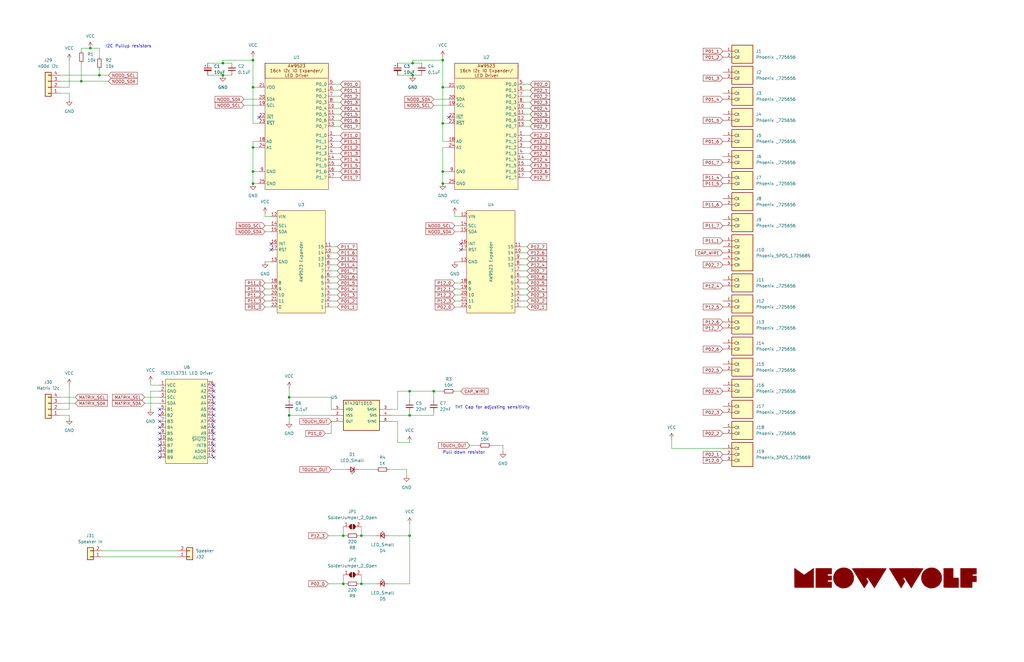
<source format=kicad_sch>
(kicad_sch (version 20230121) (generator eeschema)
  (paper "USLedger")
  (title_block (title "Darlu's Spacesuit Activator") (date "2024-07-23") (rev "v0.1") (company "Meow Wolf") (comment 1 "Daniel Bornhorst"))
  (junction (at 172.72 165.1))
  (junction (at 121.92 175.26))
  (junction (at 152.4 246.38))
  (junction (at 186.69 77.47))
  (junction (at 144.78 226.06))
  (junction (at 152.4 226.06))
  (junction (at 186.69 25.4))
  (junction (at 93.98 31.75))
  (junction (at 38.1 20.32))
  (junction (at 182.88 165.1))
  (junction (at 34.29 34.29))
  (junction (at 121.92 167.64))
  (junction (at 144.78 246.38))
  (junction (at 186.69 52.07))
  (junction (at 172.72 175.26))
  (junction (at 186.69 36.83))
  (junction (at 173.99 26.67))
  (junction (at 172.72 226.06))
  (junction (at 106.68 36.83))
  (junction (at 93.98 26.67))
  (junction (at 106.68 25.4))
  (junction (at 106.68 77.47))
  (junction (at 106.68 72.39))
  (junction (at 106.68 62.23))
  (junction (at 186.69 72.39))
  (junction (at 41.91 31.75))
  (junction (at 173.99 31.75))
  (no_connect (at 90.17 170.18))
  (no_connect (at 67.31 175.26))
  (no_connect (at 67.31 177.8))
  (no_connect (at 67.31 187.96))
  (no_connect (at 90.17 167.64))
  (no_connect (at 114.3 105.41))
  (no_connect (at 189.23 49.53))
  (no_connect (at 90.17 182.88))
  (no_connect (at 67.31 193.04))
  (no_connect (at 90.17 175.26))
  (no_connect (at 67.31 182.88))
  (no_connect (at 114.3 102.87))
  (no_connect (at 67.31 185.42))
  (no_connect (at 90.17 190.5))
  (no_connect (at 90.17 165.1))
  (no_connect (at 90.17 180.34))
  (no_connect (at 90.17 172.72))
  (no_connect (at 194.31 102.87))
  (no_connect (at 90.17 187.96))
  (no_connect (at 67.31 190.5))
  (no_connect (at 90.17 185.42))
  (no_connect (at 90.17 193.04))
  (no_connect (at 90.17 162.56))
  (no_connect (at 109.22 49.53))
  (no_connect (at 67.31 172.72))
  (no_connect (at 194.31 105.41))
  (no_connect (at 90.17 177.8))
  (no_connect (at 67.31 180.34))
  (wire (pts (xy 111.76 91.44) (xy 114.3 91.44)))
  (wire (pts (xy 222.25 119.38) (xy 219.71 119.38)))
  (wire (pts (xy 222.25 129.54) (xy 219.71 129.54)))
  (wire (pts (xy 165.1 177.8) (xy 167.64 177.8)))
  (wire (pts (xy 186.69 24.13) (xy 186.69 25.4)))
  (wire (pts (xy 43.18 232.41) (xy 74.93 232.41)))
  (wire (pts (xy 189.23 72.39) (xy 186.69 72.39)))
  (wire (pts (xy 93.98 25.4) (xy 93.98 26.67)))
  (wire (pts (xy 38.1 20.32) (xy 41.91 20.32)))
  (wire (pts (xy 25.4 31.75) (xy 41.91 31.75)))
  (wire (pts (xy 106.68 72.39) (xy 106.68 77.47)))
  (wire (pts (xy 25.4 167.64) (xy 31.75 167.64)))
  (wire (pts (xy 167.64 186.69) (xy 167.64 177.8)))
  (wire (pts (xy 121.92 175.26) (xy 121.92 177.8)))
  (wire (pts (xy 223.52 38.1) (xy 220.98 38.1)))
  (wire (pts (xy 25.4 39.37) (xy 29.21 39.37)))
  (wire (pts (xy 186.69 72.39) (xy 186.69 77.47)))
  (wire (pts (xy 222.25 116.84) (xy 219.71 116.84)))
  (wire (pts (xy 167.64 165.1) (xy 172.72 165.1)))
  (wire (pts (xy 152.4 226.06) (xy 151.13 226.06)))
  (wire (pts (xy 172.72 220.98) (xy 172.72 226.06)))
  (wire (pts (xy 167.64 26.67) (xy 173.99 26.67)))
  (wire (pts (xy 121.92 175.26) (xy 139.7 175.26)))
  (wire (pts (xy 163.83 246.38) (xy 172.72 246.38)))
  (wire (pts (xy 29.21 172.72) (xy 29.21 162.56)))
  (wire (pts (xy 198.12 187.96) (xy 201.93 187.96)))
  (wire (pts (xy 191.77 95.25) (xy 194.31 95.25)))
  (wire (pts (xy 143.51 62.23) (xy 140.97 62.23)))
  (wire (pts (xy 144.78 242.57) (xy 144.78 246.38)))
  (wire (pts (xy 63.5 162.56) (xy 67.31 162.56)))
  (wire (pts (xy 222.25 109.22) (xy 219.71 109.22)))
  (wire (pts (xy 63.5 172.72) (xy 63.5 165.1)))
  (wire (pts (xy 93.98 26.67) (xy 97.79 26.67)))
  (wire (pts (xy 173.99 25.4) (xy 186.69 25.4)))
  (wire (pts (xy 142.24 124.46) (xy 139.7 124.46)))
  (wire (pts (xy 158.75 246.38) (xy 152.4 246.38)))
  (wire (pts (xy 186.69 25.4) (xy 186.69 36.83)))
  (wire (pts (xy 172.72 165.1) (xy 182.88 165.1)))
  (wire (pts (xy 109.22 52.07) (xy 106.68 52.07)))
  (wire (pts (xy 143.51 48.26) (xy 140.97 48.26)))
  (wire (pts (xy 111.76 127) (xy 114.3 127)))
  (wire (pts (xy 143.51 53.34) (xy 140.97 53.34)))
  (wire (pts (xy 111.76 90.17) (xy 111.76 91.44)))
  (wire (pts (xy 138.43 246.38) (xy 144.78 246.38)))
  (wire (pts (xy 87.63 26.67) (xy 93.98 26.67)))
  (wire (pts (xy 143.51 35.56) (xy 140.97 35.56)))
  (wire (pts (xy 144.78 226.06) (xy 146.05 226.06)))
  (wire (pts (xy 165.1 175.26) (xy 172.72 175.26)))
  (wire (pts (xy 121.92 173.99) (xy 121.92 175.26)))
  (wire (pts (xy 25.4 172.72) (xy 29.21 172.72)))
  (wire (pts (xy 43.18 234.95) (xy 74.93 234.95)))
  (wire (pts (xy 34.29 34.29) (xy 45.72 34.29)))
  (wire (pts (xy 41.91 29.21) (xy 41.91 31.75)))
  (wire (pts (xy 142.24 119.38) (xy 139.7 119.38)))
  (wire (pts (xy 186.69 62.23) (xy 186.69 72.39)))
  (wire (pts (xy 143.51 50.8) (xy 140.97 50.8)))
  (wire (pts (xy 223.52 62.23) (xy 220.98 62.23)))
  (wire (pts (xy 165.1 172.72) (xy 167.64 172.72)))
  (wire (pts (xy 139.7 167.64) (xy 139.7 172.72)))
  (wire (pts (xy 182.88 165.1) (xy 186.69 165.1)))
  (wire (pts (xy 186.69 77.47) (xy 189.23 77.47)))
  (wire (pts (xy 139.7 198.12) (xy 146.05 198.12)))
  (wire (pts (xy 139.7 167.64) (xy 121.92 167.64)))
  (wire (pts (xy 143.51 45.72) (xy 140.97 45.72)))
  (wire (pts (xy 223.52 53.34) (xy 220.98 53.34)))
  (wire (pts (xy 138.43 226.06) (xy 144.78 226.06)))
  (wire (pts (xy 143.51 67.31) (xy 140.97 67.31)))
  (wire (pts (xy 25.4 34.29) (xy 34.29 34.29)))
  (wire (pts (xy 191.77 121.92) (xy 194.31 121.92)))
  (wire (pts (xy 186.69 52.07) (xy 186.69 59.69)))
  (wire (pts (xy 182.88 165.1) (xy 182.88 168.91)))
  (wire (pts (xy 143.51 64.77) (xy 140.97 64.77)))
  (wire (pts (xy 93.98 25.4) (xy 106.68 25.4)))
  (wire (pts (xy 171.45 200.66) (xy 171.45 198.12)))
  (wire (pts (xy 186.69 36.83) (xy 189.23 36.83)))
  (wire (pts (xy 167.64 31.75) (xy 173.99 31.75)))
  (wire (pts (xy 223.52 72.39) (xy 220.98 72.39)))
  (wire (pts (xy 191.77 129.54) (xy 194.31 129.54)))
  (wire (pts (xy 223.52 35.56) (xy 220.98 35.56)))
  (wire (pts (xy 171.45 198.12) (xy 163.83 198.12)))
  (wire (pts (xy 142.24 109.22) (xy 139.7 109.22)))
  (wire (pts (xy 223.52 45.72) (xy 220.98 45.72)))
  (wire (pts (xy 223.52 69.85) (xy 220.98 69.85)))
  (wire (pts (xy 106.68 62.23) (xy 106.68 72.39)))
  (wire (pts (xy 143.51 59.69) (xy 140.97 59.69)))
  (wire (pts (xy 144.78 222.25) (xy 144.78 226.06)))
  (wire (pts (xy 223.52 74.93) (xy 220.98 74.93)))
  (wire (pts (xy 304.8 189.23) (xy 283.21 189.23)))
  (wire (pts (xy 191.77 97.79) (xy 194.31 97.79)))
  (wire (pts (xy 167.64 186.69) (xy 172.72 186.69)))
  (wire (pts (xy 143.51 43.18) (xy 140.97 43.18)))
  (wire (pts (xy 106.68 59.69) (xy 106.68 62.23)))
  (wire (pts (xy 93.98 31.75) (xy 97.79 31.75)))
  (wire (pts (xy 142.24 129.54) (xy 139.7 129.54)))
  (wire (pts (xy 106.68 77.47) (xy 109.22 77.47)))
  (wire (pts (xy 223.52 50.8) (xy 220.98 50.8)))
  (wire (pts (xy 87.63 31.75) (xy 93.98 31.75)))
  (wire (pts (xy 34.29 26.67) (xy 34.29 34.29)))
  (wire (pts (xy 143.51 69.85) (xy 140.97 69.85)))
  (wire (pts (xy 191.77 127) (xy 194.31 127)))
  (wire (pts (xy 111.76 129.54) (xy 114.3 129.54)))
  (wire (pts (xy 152.4 246.38) (xy 151.13 246.38)))
  (wire (pts (xy 223.52 48.26) (xy 220.98 48.26)))
  (wire (pts (xy 182.88 41.91) (xy 189.23 41.91)))
  (wire (pts (xy 223.52 67.31) (xy 220.98 67.31)))
  (wire (pts (xy 29.21 25.4) (xy 29.21 36.83)))
  (wire (pts (xy 222.25 124.46) (xy 219.71 124.46)))
  (wire (pts (xy 34.29 20.32) (xy 34.29 21.59)))
  (wire (pts (xy 142.24 127) (xy 139.7 127)))
  (wire (pts (xy 63.5 161.29) (xy 63.5 162.56)))
  (wire (pts (xy 109.22 59.69) (xy 106.68 59.69)))
  (wire (pts (xy 29.21 175.26) (xy 29.21 176.53)))
  (wire (pts (xy 172.72 168.91) (xy 172.72 165.1)))
  (wire (pts (xy 25.4 175.26) (xy 29.21 175.26)))
  (wire (pts (xy 109.22 62.23) (xy 106.68 62.23)))
  (wire (pts (xy 111.76 97.79) (xy 114.3 97.79)))
  (wire (pts (xy 143.51 57.15) (xy 140.97 57.15)))
  (wire (pts (xy 223.52 43.18) (xy 220.98 43.18)))
  (wire (pts (xy 222.25 121.92) (xy 219.71 121.92)))
  (wire (pts (xy 191.77 124.46) (xy 194.31 124.46)))
  (wire (pts (xy 191.77 90.17) (xy 191.77 91.44)))
  (wire (pts (xy 106.68 25.4) (xy 106.68 36.83)))
  (wire (pts (xy 143.51 38.1) (xy 140.97 38.1)))
  (wire (pts (xy 189.23 62.23) (xy 186.69 62.23)))
  (wire (pts (xy 222.25 111.76) (xy 219.71 111.76)))
  (wire (pts (xy 142.24 106.68) (xy 139.7 106.68)))
  (wire (pts (xy 41.91 31.75) (xy 45.72 31.75)))
  (wire (pts (xy 106.68 36.83) (xy 106.68 52.07)))
  (wire (pts (xy 142.24 111.76) (xy 139.7 111.76)))
  (wire (pts (xy 167.64 172.72) (xy 167.64 165.1)))
  (wire (pts (xy 222.25 114.3) (xy 219.71 114.3)))
  (wire (pts (xy 186.69 36.83) (xy 186.69 52.07)))
  (wire (pts (xy 143.51 74.93) (xy 140.97 74.93)))
  (wire (pts (xy 172.72 175.26) (xy 172.72 173.99)))
  (wire (pts (xy 143.51 40.64) (xy 140.97 40.64)))
  (wire (pts (xy 222.25 127) (xy 219.71 127)))
  (wire (pts (xy 102.87 44.45) (xy 109.22 44.45)))
  (wire (pts (xy 172.72 226.06) (xy 172.72 246.38)))
  (wire (pts (xy 29.21 39.37) (xy 29.21 41.91)))
  (wire (pts (xy 111.76 124.46) (xy 114.3 124.46)))
  (wire (pts (xy 142.24 114.3) (xy 139.7 114.3)))
  (wire (pts (xy 142.24 116.84) (xy 139.7 116.84)))
  (wire (pts (xy 143.51 72.39) (xy 140.97 72.39)))
  (wire (pts (xy 223.52 64.77) (xy 220.98 64.77)))
  (wire (pts (xy 173.99 31.75) (xy 177.8 31.75)))
  (wire (pts (xy 34.29 20.32) (xy 38.1 20.32)))
  (wire (pts (xy 182.88 175.26) (xy 172.72 175.26)))
  (wire (pts (xy 60.96 167.64) (xy 67.31 167.64)))
  (wire (pts (xy 182.88 44.45) (xy 189.23 44.45)))
  (wire (pts (xy 137.16 182.88) (xy 139.7 182.88)))
  (wire (pts (xy 63.5 165.1) (xy 67.31 165.1)))
  (wire (pts (xy 173.99 26.67) (xy 177.8 26.67)))
  (wire (pts (xy 111.76 121.92) (xy 114.3 121.92)))
  (wire (pts (xy 139.7 182.88) (xy 139.7 177.8)))
  (wire (pts (xy 151.13 198.12) (xy 158.75 198.12)))
  (wire (pts (xy 191.77 165.1) (xy 194.31 165.1)))
  (wire (pts (xy 41.91 24.13) (xy 41.91 20.32)))
  (wire (pts (xy 189.23 52.07) (xy 186.69 52.07)))
  (wire (pts (xy 60.96 170.18) (xy 67.31 170.18)))
  (wire (pts (xy 207.01 187.96) (xy 212.09 187.96)))
  (wire (pts (xy 106.68 36.83) (xy 109.22 36.83)))
  (wire (pts (xy 152.4 222.25) (xy 152.4 226.06)))
  (wire (pts (xy 222.25 106.68) (xy 219.71 106.68)))
  (wire (pts (xy 191.77 110.49) (xy 194.31 110.49)))
  (wire (pts (xy 111.76 95.25) (xy 114.3 95.25)))
  (wire (pts (xy 142.24 104.14) (xy 139.7 104.14)))
  (wire (pts (xy 191.77 119.38) (xy 194.31 119.38)))
  (wire (pts (xy 109.22 72.39) (xy 106.68 72.39)))
  (wire (pts (xy 191.77 91.44) (xy 194.31 91.44)))
  (wire (pts (xy 25.4 170.18) (xy 31.75 170.18)))
  (wire (pts (xy 121.92 167.64) (xy 121.92 168.91)))
  (wire (pts (xy 102.87 41.91) (xy 109.22 41.91)))
  (wire (pts (xy 152.4 242.57) (xy 152.4 246.38)))
  (wire (pts (xy 283.21 185.42) (xy 283.21 189.23)))
  (wire (pts (xy 111.76 119.38) (xy 114.3 119.38)))
  (wire (pts (xy 121.92 163.83) (xy 121.92 167.64)))
  (wire (pts (xy 189.23 59.69) (xy 186.69 59.69)))
  (wire (pts (xy 212.09 187.96) (xy 212.09 190.5)))
  (wire (pts (xy 106.68 24.13) (xy 106.68 25.4)))
  (wire (pts (xy 223.52 57.15) (xy 220.98 57.15)))
  (wire (pts (xy 223.52 59.69) (xy 220.98 59.69)))
  (wire (pts (xy 223.52 40.64) (xy 220.98 40.64)))
  (wire (pts (xy 142.24 121.92) (xy 139.7 121.92)))
  (wire (pts (xy 173.99 25.4) (xy 173.99 26.67)))
  (wire (pts (xy 25.4 36.83) (xy 29.21 36.83)))
  (wire (pts (xy 163.83 226.06) (xy 172.72 226.06)))
  (wire (pts (xy 182.88 173.99) (xy 182.88 175.26)))
  (wire (pts (xy 111.76 110.49) (xy 114.3 110.49)))
  (wire (pts (xy 144.78 246.38) (xy 146.05 246.38)))
  (wire (pts (xy 158.75 226.06) (xy 152.4 226.06)))
  (wire (pts (xy 222.25 104.14) (xy 219.71 104.14)))
  (text "THT Cap for adjusting sensitivity" (at 191.77 172.72 0) (effects (font (size 1.27 1.27)) (justify left bottom)))
  (text "Pull down resistor" (at 186.69 191.77 0) (effects (font (size 1.27 1.27)) (justify left bottom)))
  (text "I2C Pullup resistors\n" (at 44.45 20.32 0) (effects (font (size 1.27 1.27)) (justify left bottom)))
  (global_label "P01_0" (shape input) (at 143.51 35.56 0) (property "Intersheetrefs" "${INTERSHEET_REFS}" (effects hide)))
  (global_label "P02_1" (shape input) (at 222.25 129.54 0) (property "Intersheetrefs" "${INTERSHEET_REFS}" (effects hide)))
  (global_label "P01_4" (shape input) (at 143.51 45.72 0) (property "Intersheetrefs" "${INTERSHEET_REFS}" (effects hide)))
  (global_label "TOUCH_OUT" (shape input) (at 198.12 187.96 180) (property "Intersheetrefs" "${INTERSHEET_REFS}" (effects hide)))
  (global_label "P01_6" (shape input) (at 142.24 116.84 0) (property "Intersheetrefs" "${INTERSHEET_REFS}" (effects hide)))
  (global_label "P11_0" (shape input) (at 143.51 57.15 0) (property "Intersheetrefs" "${INTERSHEET_REFS}" (effects hide)))
  (global_label "P12_2" (shape input) (at 191.77 124.46 180) (property "Intersheetrefs" "${INTERSHEET_REFS}" (effects hide)))
  (global_label "NOOD_SDA" (shape input) (at 111.76 97.79 180) (property "Intersheetrefs" "${INTERSHEET_REFS}" (effects hide)))
  (global_label "P12_2" (shape input) (at 223.52 62.23 0) (property "Intersheetrefs" "${INTERSHEET_REFS}" (effects hide)))
  (global_label "P01_4" (shape input) (at 304.8 41.91 180) (property "Intersheetrefs" "${INTERSHEET_REFS}" (effects hide)))
  (global_label "NOOD_SDA" (shape input) (at 191.77 97.79 180) (property "Intersheetrefs" "${INTERSHEET_REFS}" (effects hide)))
  (global_label "P11_3" (shape input) (at 143.51 64.77 0) (property "Intersheetrefs" "${INTERSHEET_REFS}" (effects hide)))
  (global_label "P02_5" (shape input) (at 223.52 48.26 0) (property "Intersheetrefs" "${INTERSHEET_REFS}" (effects hide)))
  (global_label "P02_4" (shape input) (at 222.25 121.92 0) (property "Intersheetrefs" "${INTERSHEET_REFS}" (effects hide)))
  (global_label "P02_3" (shape input) (at 223.52 43.18 0) (property "Intersheetrefs" "${INTERSHEET_REFS}" (effects hide)))
  (global_label "CAP_WIRE" (shape input) (at 194.31 165.1 0) (property "Intersheetrefs" "${INTERSHEET_REFS}" (effects hide)))
  (global_label "P01_2" (shape input) (at 142.24 127 0) (property "Intersheetrefs" "${INTERSHEET_REFS}" (effects hide)))
  (global_label "P01_3" (shape input) (at 142.24 124.46 0) (property "Intersheetrefs" "${INTERSHEET_REFS}" (effects hide)))
  (global_label "P11_3" (shape input) (at 111.76 127 180) (property "Intersheetrefs" "${INTERSHEET_REFS}" (effects hide)))
  (global_label "P01_0" (shape input) (at 111.76 129.54 180) (property "Intersheetrefs" "${INTERSHEET_REFS}" (effects hide)))
  (global_label "P02_6" (shape input) (at 304.8 147.32 180) (property "Intersheetrefs" "${INTERSHEET_REFS}" (effects hide)))
  (global_label "MATRIX_SDA" (shape input) (at 31.75 170.18 0) (property "Intersheetrefs" "${INTERSHEET_REFS}" (effects hide)))
  (global_label "P02_0" (shape input) (at 223.52 35.56 0) (property "Intersheetrefs" "${INTERSHEET_REFS}" (effects hide)))
  (global_label "P11_1" (shape input) (at 304.8 101.6 180) (property "Intersheetrefs" "${INTERSHEET_REFS}" (effects hide)))
  (global_label "P01_3" (shape input) (at 143.51 43.18 0) (property "Intersheetrefs" "${INTERSHEET_REFS}" (effects hide)))
  (global_label "P11_7" (shape input) (at 142.24 104.14 0) (property "Intersheetrefs" "${INTERSHEET_REFS}" (effects hide)))
  (global_label "P02_7" (shape input) (at 223.52 53.34 0) (property "Intersheetrefs" "${INTERSHEET_REFS}" (effects hide)))
  (global_label "P02_1" (shape input) (at 304.8 191.77 180) (property "Intersheetrefs" "${INTERSHEET_REFS}" (effects hide)))
  (global_label "P01_4" (shape input) (at 142.24 121.92 0) (property "Intersheetrefs" "${INTERSHEET_REFS}" (effects hide)))
  (global_label "MATRIX_SCL" (shape input) (at 31.75 167.64 0) (property "Intersheetrefs" "${INTERSHEET_REFS}" (effects hide)))
  (global_label "P02_1" (shape input) (at 223.52 38.1 0) (property "Intersheetrefs" "${INTERSHEET_REFS}" (effects hide)))
  (global_label "P12_6" (shape input) (at 222.25 106.68 0) (property "Intersheetrefs" "${INTERSHEET_REFS}" (effects hide)))
  (global_label "P11_6" (shape input) (at 304.8 86.36 180) (property "Intersheetrefs" "${INTERSHEET_REFS}" (effects hide)))
  (global_label "P12_4" (shape input) (at 304.8 120.65 180) (property "Intersheetrefs" "${INTERSHEET_REFS}" (effects hide)))
  (global_label "NOOD_SCL" (shape input) (at 111.76 95.25 180) (property "Intersheetrefs" "${INTERSHEET_REFS}" (effects hide)))
  (global_label "P11_6" (shape input) (at 143.51 72.39 0) (property "Intersheetrefs" "${INTERSHEET_REFS}" (effects hide)))
  (global_label "P12_5" (shape input) (at 304.8 129.54 180) (property "Intersheetrefs" "${INTERSHEET_REFS}" (effects hide)))
  (global_label "P12_5" (shape input) (at 222.25 109.22 0) (property "Intersheetrefs" "${INTERSHEET_REFS}" (effects hide)))
  (global_label "P11_5" (shape input) (at 142.24 109.22 0) (property "Intersheetrefs" "${INTERSHEET_REFS}" (effects hide)))
  (global_label "P01_6" (shape input) (at 304.8 59.69 180) (property "Intersheetrefs" "${INTERSHEET_REFS}" (effects hide)))
  (global_label "P02_4" (shape input) (at 304.8 165.1 180) (property "Intersheetrefs" "${INTERSHEET_REFS}" (effects hide)))
  (global_label "P01_2" (shape input) (at 304.8 24.13 180) (property "Intersheetrefs" "${INTERSHEET_REFS}" (effects hide)))
  (global_label "P11_1" (shape input) (at 111.76 121.92 180) (property "Intersheetrefs" "${INTERSHEET_REFS}" (effects hide)))
  (global_label "NOOD_SCL" (shape input) (at 102.87 44.45 180) (property "Intersheetrefs" "${INTERSHEET_REFS}" (effects hide)))
  (global_label "P11_0" (shape input) (at 137.16 182.88 180) (property "Intersheetrefs" "${INTERSHEET_REFS}" (effects hide)))
  (global_label "P11_4" (shape input) (at 143.51 67.31 0) (property "Intersheetrefs" "${INTERSHEET_REFS}" (effects hide)))
  (global_label "NOOD_SDA" (shape input) (at 182.88 41.91 180) (property "Intersheetrefs" "${INTERSHEET_REFS}" (effects hide)))
  (global_label "P11_4" (shape input) (at 304.8 74.93 180) (property "Intersheetrefs" "${INTERSHEET_REFS}" (effects hide)))
  (global_label "P02_0" (shape input) (at 191.77 129.54 180) (property "Intersheetrefs" "${INTERSHEET_REFS}" (effects hide)))
  (global_label "P01_7" (shape input) (at 142.24 114.3 0) (property "Intersheetrefs" "${INTERSHEET_REFS}" (effects hide)))
  (global_label "P11_2" (shape input) (at 111.76 124.46 180) (property "Intersheetrefs" "${INTERSHEET_REFS}" (effects hide)))
  (global_label "P12_3" (shape input) (at 138.43 226.06 180) (property "Intersheetrefs" "${INTERSHEET_REFS}" (effects hide)))
  (global_label "P12_4" (shape input) (at 222.25 111.76 0) (property "Intersheetrefs" "${INTERSHEET_REFS}" (effects hide)))
  (global_label "P12_0" (shape input) (at 223.52 57.15 0) (property "Intersheetrefs" "${INTERSHEET_REFS}" (effects hide)))
  (global_label "P02_6" (shape input) (at 223.52 50.8 0) (property "Intersheetrefs" "${INTERSHEET_REFS}" (effects hide)))
  (global_label "P01_7" (shape input) (at 143.51 53.34 0) (property "Intersheetrefs" "${INTERSHEET_REFS}" (effects hide)))
  (global_label "P01_5" (shape input) (at 143.51 48.26 0) (property "Intersheetrefs" "${INTERSHEET_REFS}" (effects hide)))
  (global_label "P01_7" (shape input) (at 304.8 68.58 180) (property "Intersheetrefs" "${INTERSHEET_REFS}" (effects hide)))
  (global_label "P02_2" (shape input) (at 304.8 182.88 180) (property "Intersheetrefs" "${INTERSHEET_REFS}" (effects hide)))
  (global_label "P11_6" (shape input) (at 142.24 106.68 0) (property "Intersheetrefs" "${INTERSHEET_REFS}" (effects hide)))
  (global_label "P02_6" (shape input) (at 222.25 116.84 0) (property "Intersheetrefs" "${INTERSHEET_REFS}" (effects hide)))
  (global_label "P01_5" (shape input) (at 142.24 119.38 0) (property "Intersheetrefs" "${INTERSHEET_REFS}" (effects hide)))
  (global_label "P02_5" (shape input) (at 304.8 156.21 180) (property "Intersheetrefs" "${INTERSHEET_REFS}" (effects hide)))
  (global_label "P12_7" (shape input) (at 222.25 104.14 0) (property "Intersheetrefs" "${INTERSHEET_REFS}" (effects hide)))
  (global_label "P01_1" (shape input) (at 304.8 21.59 180) (property "Intersheetrefs" "${INTERSHEET_REFS}" (effects hide)))
  (global_label "NOOD_SDA" (shape input) (at 45.72 34.29 0) (property "Intersheetrefs" "${INTERSHEET_REFS}" (effects hide)))
  (global_label "P12_1" (shape input) (at 223.52 59.69 0) (property "Intersheetrefs" "${INTERSHEET_REFS}" (effects hide)))
  (global_label "NOOD_SCL" (shape input) (at 182.88 44.45 180) (property "Intersheetrefs" "${INTERSHEET_REFS}" (effects hide)))
  (global_label "P12_5" (shape input) (at 223.52 69.85 0) (property "Intersheetrefs" "${INTERSHEET_REFS}" (effects hide)))
  (global_label "P11_5" (shape input) (at 304.8 77.47 180) (property "Intersheetrefs" "${INTERSHEET_REFS}" (effects hide)))
  (global_label "P01_2" (shape input) (at 143.51 40.64 0) (property "Intersheetrefs" "${INTERSHEET_REFS}" (effects hide)))
  (global_label "P01_6" (shape input) (at 143.51 50.8 0) (property "Intersheetrefs" "${INTERSHEET_REFS}" (effects hide)))
  (global_label "P11_7" (shape input) (at 304.8 95.25 180) (property "Intersheetrefs" "${INTERSHEET_REFS}" (effects hide)))
  (global_label "P12_0" (shape input) (at 191.77 119.38 180) (property "Intersheetrefs" "${INTERSHEET_REFS}" (effects hide)))
  (global_label "P11_4" (shape input) (at 142.24 111.76 0) (property "Intersheetrefs" "${INTERSHEET_REFS}" (effects hide)))
  (global_label "P12_3" (shape input) (at 191.77 127 180) (property "Intersheetrefs" "${INTERSHEET_REFS}" (effects hide)))
  (global_label "P12_6" (shape input) (at 223.52 72.39 0) (property "Intersheetrefs" "${INTERSHEET_REFS}" (effects hide)))
  (global_label "P12_4" (shape input) (at 223.52 67.31 0) (property "Intersheetrefs" "${INTERSHEET_REFS}" (effects hide)))
  (global_label "MATRIX_SDA" (shape input) (at 60.96 170.18 180) (property "Intersheetrefs" "${INTERSHEET_REFS}" (effects hide)))
  (global_label "P01_1" (shape input) (at 143.51 38.1 0) (property "Intersheetrefs" "${INTERSHEET_REFS}" (effects hide)))
  (global_label "P02_2" (shape input) (at 223.52 40.64 0) (property "Intersheetrefs" "${INTERSHEET_REFS}" (effects hide)))
  (global_label "P01_3" (shape input) (at 304.8 33.02 180) (property "Intersheetrefs" "${INTERSHEET_REFS}" (effects hide)))
  (global_label "CAP_WIRE" (shape input) (at 304.8 106.68 180) (property "Intersheetrefs" "${INTERSHEET_REFS}" (effects hide)))
  (global_label "P11_7" (shape input) (at 143.51 74.93 0) (property "Intersheetrefs" "${INTERSHEET_REFS}" (effects hide)))
  (global_label "P02_7" (shape input) (at 304.8 111.76 180) (property "Intersheetrefs" "${INTERSHEET_REFS}" (effects hide)))
  (global_label "MATRIX_SCL" (shape input) (at 60.96 167.64 180) (property "Intersheetrefs" "${INTERSHEET_REFS}" (effects hide)))
  (global_label "P12_7" (shape input) (at 223.52 74.93 0) (property "Intersheetrefs" "${INTERSHEET_REFS}" (effects hide)))
  (global_label "P12_0" (shape input) (at 304.8 194.31 180) (property "Intersheetrefs" "${INTERSHEET_REFS}" (effects hide)))
  (global_label "P11_2" (shape input) (at 143.51 62.23 0) (property "Intersheetrefs" "${INTERSHEET_REFS}" (effects hide)))
  (global_label "P12_7" (shape input) (at 304.8 138.43 180) (property "Intersheetrefs" "${INTERSHEET_REFS}" (effects hide)))
  (global_label "P02_2" (shape input) (at 222.25 127 0) (property "Intersheetrefs" "${INTERSHEET_REFS}" (effects hide)))
  (global_label "P11_1" (shape input) (at 143.51 59.69 0) (property "Intersheetrefs" "${INTERSHEET_REFS}" (effects hide)))
  (global_label "P12_1" (shape input) (at 191.77 121.92 180) (property "Intersheetrefs" "${INTERSHEET_REFS}" (effects hide)))
  (global_label "P02_0" (shape input) (at 138.43 246.38 180) (property "Intersheetrefs" "${INTERSHEET_REFS}" (effects hide)))
  (global_label "P02_3" (shape input) (at 222.25 124.46 0) (property "Intersheetrefs" "${INTERSHEET_REFS}" (effects hide)))
  (global_label "P01_1" (shape input) (at 142.24 129.54 0) (property "Intersheetrefs" "${INTERSHEET_REFS}" (effects hide)))
  (global_label "TOUCH_OUT" (shape input) (at 139.7 198.12 180) (property "Intersheetrefs" "${INTERSHEET_REFS}" (effects hide)))
  (global_label "NOOD_SDA" (shape input) (at 102.87 41.91 180) (property "Intersheetrefs" "${INTERSHEET_REFS}" (effects hide)))
  (global_label "P11_0" (shape input) (at 111.76 119.38 180) (property "Intersheetrefs" "${INTERSHEET_REFS}" (effects hide)))
  (global_label "P12_6" (shape input) (at 304.8 135.89 180) (property "Intersheetrefs" "${INTERSHEET_REFS}" (effects hide)))
  (global_label "P11_5" (shape input) (at 143.51 69.85 0) (property "Intersheetrefs" "${INTERSHEET_REFS}" (effects hide)))
  (global_label "P02_7" (shape input) (at 222.25 114.3 0) (property "Intersheetrefs" "${INTERSHEET_REFS}" (effects hide)))
  (global_label "P01_5" (shape input) (at 304.8 50.8 180) (property "Intersheetrefs" "${INTERSHEET_REFS}" (effects hide)))
  (global_label "TOUCH_OUT" (shape input) (at 139.7 177.8 180) (property "Intersheetrefs" "${INTERSHEET_REFS}" (effects hide)))
  (global_label "P02_4" (shape input) (at 223.52 45.72 0) (property "Intersheetrefs" "${INTERSHEET_REFS}" (effects hide)))
  (global_label "P02_3" (shape input) (at 304.8 173.99 180) (property "Intersheetrefs" "${INTERSHEET_REFS}" (effects hide)))
  (global_label "NOOD_SCL" (shape input) (at 191.77 95.25 180) (property "Intersheetrefs" "${INTERSHEET_REFS}" (effects hide)))
  (global_label "P12_3" (shape input) (at 223.52 64.77 0) (property "Intersheetrefs" "${INTERSHEET_REFS}" (effects hide)))
  (global_label "NOOD_SCL" (shape input) (at 45.72 31.75 0) (property "Intersheetrefs" "${INTERSHEET_REFS}" (effects hide)))
  (global_label "P02_5" (shape input) (at 222.25 119.38 0) (property "Intersheetrefs" "${INTERSHEET_REFS}" (effects hide)))
  (symbol (lib_id "my_library:Phoenix_3POS_1725669") (at 312.42 191.77 0) (unit 1)
    (property "Reference" "J19" (at 318.77 190.5 0) (effects (justify left)))
    (property "Value" "Phoenix_3POS_1725669" (at 318.77 193.04 0) (effects (justify left)))
    (property "Footprint" "my_footprints:PHOENIX_1725669-3POS" (effects hide))
    (property "Datasheet" "https://www.phoenixcontact.com/en-us/products/printed-circuit-board-terminal-mpt-05-3-254-1725669?type=pdf" (effects hide))
    (property "Manufacturer" "Phoenix Contact" (effects hide))
    (property "Mfg. P/N" "1725669" (effects hide))
    (property "Digikey Page" "https://www.digikey.com/en/products/detail/phoenix-contact/1725669/267463" (effects hide))
    (property "Digikey P/N" "277-1274-ND" (effects hide))
  )
  (symbol (lib_id "my_library:AT42QT1010-TSHR_1") (at 152.4 175.26 0) (unit 1)
    (property "Reference" "U5" (at 140.97 167.64 0))
    (property "Value" "AT42QT1010" (at 151.13 170.18 0))
    (property "Footprint" "my_footprints:SOT95P270X145-6N" (effects hide))
    (property "Datasheet" "https://ww1.microchip.com/downloads/en/DeviceDoc/40001946A.pdf" (effects hide))
    (property "Manufacturer" "MICROCHIP" (effects hide))
    (property "Mfg. P/N" "AT42QT1010-TSHR" (effects hide))
    (property "Digikey P/N" "AT42QT1010-TSHRCT-ND" (effects hide))
    (property "Digikey Page" "https://www.digikey.com/en/products/detail/microchip-technology/AT42QT1010-TSHR/2268866" (effects hide))
  )
  (symbol (lib_id "Jumper:SolderJumper_2_Open") (at 148.59 222.25 0) (unit 1)
    (property "Reference" "JP1" (at 148.59 215.9 0))
    (property "Value" "SolderJumper_2_Open" (at 148.59 218.44 0))
    (property "Footprint" "Jumper:SolderJumper-2_P1.3mm_Open_TrianglePad1.0x1.5mm" (effects hide))
  )
  (symbol (lib_id "power:GND") (at 191.77 110.49 0) (unit 1)
    (property "Reference" "#PWR015" (effects hide))
    (property "Value" "GND" (at 191.77 115.57 0))
  )
  (symbol (lib_id "Device:LED_Small") (at 148.59 198.12 180) (unit 1)
    (property "Reference" "D1" (at 148.5265 191.77 0))
    (property "Value" "LED_Small" (at 148.5265 194.31 0))
    (property "Footprint" "LED_SMD:LED_0805_2012Metric_Pad1.15x1.40mm_HandSolder" (effects hide))
  )
  (symbol (lib_id "power:VCC") (at 38.1 20.32 0) (unit 1)
    (property "Reference" "#PWR05" (effects hide))
    (property "Value" "VCC" (at 38.1 15.24 0))
  )
  (symbol (lib_id "Device:C_Polarized_Small") (at 87.63 29.21 0) (unit 1)
    (property "Reference" "C1" (at 90.17 27.9463 0) (effects (justify left)))
    (property "Value" "10uF" (at 90.17 30.4863 0) (effects (justify left)))
    (property "Footprint" "Capacitor_SMD:C_0805_2012Metric_Pad1.18x1.45mm_HandSolder" (effects hide))
  )
  (symbol (lib_id "my_library:Phoenix_2POS_725656") (at 312.42 182.88 0) (unit 1)
    (property "Reference" "J18" (at 318.77 180.34 0) (effects (justify left)))
    (property "Value" "Phoenix _725656" (at 318.77 182.88 0) (effects (justify left)))
    (property "Footprint" "my_footprints:PHOENIX_1725656-2POS" (effects hide))
    (property "Datasheet" "https://www.phoenixcontact.com/en-us/products/printed-circuit-board-terminal-mpt-05-2-254-1725656?type=pdf" (effects hide))
    (property "Manufacturer" "Phoenix Contact" (effects hide))
    (property "Mfg. P/N" "1725656" (effects hide))
    (property "Digikey Page" "https://www.digikey.com/en/products/detail/phoenix-contact/1725656/267462" (effects hide))
    (property "Digikey P/N" "277-1273-ND" (effects hide))
  )
  (symbol (lib_id "my_library:Phoenix_2POS_725656") (at 312.42 138.43 0) (unit 1)
    (property "Reference" "J13" (at 318.77 135.89 0) (effects (justify left)))
    (property "Value" "Phoenix _725656" (at 318.77 138.43 0) (effects (justify left)))
    (property "Footprint" "my_footprints:PHOENIX_1725656-2POS" (effects hide))
    (property "Datasheet" "https://www.phoenixcontact.com/en-us/products/printed-circuit-board-terminal-mpt-05-2-254-1725656?type=pdf" (effects hide))
    (property "Manufacturer" "Phoenix Contact" (effects hide))
    (property "Mfg. P/N" "1725656" (effects hide))
    (property "Digikey Page" "https://www.digikey.com/en/products/detail/phoenix-contact/1725656/267462" (effects hide))
    (property "Digikey P/N" "277-1273-ND" (effects hide))
  )
  (symbol (lib_id "Device:LED_Small") (at 161.29 246.38 0) (unit 1)
    (property "Reference" "D5" (at 161.3535 252.73 0))
    (property "Value" "LED_Small" (at 161.3535 250.19 0))
    (property "Footprint" "LED_THT:LED_Rectangular_W5.0mm_H2.0mm" (effects hide))
  )
  (symbol (lib_id "power:GND") (at 171.45 200.66 0) (unit 1)
    (property "Reference" "#PWR021" (effects hide))
    (property "Value" "GND" (at 171.45 205.74 0))
  )
  (symbol (lib_id "MeowWolf_Logos:MeowWolf_Logo_Horizontal") (at 373.38 243.84 0) (unit 1) (in_bom no) (on_board no)
    (property "Reference" "LOGO1" (effects hide))
    (property "Value" "MeowWolf_Logo_Horizontal" (effects hide))
  )
  (symbol (lib_id "power:VCC") (at 106.68 24.13 0) (unit 1)
    (property "Reference" "#PWR03" (effects hide))
    (property "Value" "VCC" (at 106.68 19.05 0))
  )
  (symbol (lib_id "my_library:Phoenix_2POS_725656") (at 312.42 95.25 0) (unit 1)
    (property "Reference" "J9" (at 318.77 92.71 0) (effects (justify left)))
    (property "Value" "Phoenix _725656" (at 318.77 95.25 0) (effects (justify left)))
    (property "Footprint" "my_footprints:PHOENIX_1725656-2POS" (effects hide))
    (property "Datasheet" "https://www.phoenixcontact.com/en-us/products/printed-circuit-board-terminal-mpt-05-2-254-1725656?type=pdf" (effects hide))
    (property "Manufacturer" "Phoenix Contact" (effects hide))
    (property "Mfg. P/N" "1725656" (effects hide))
    (property "Digikey Page" "https://www.digikey.com/en/products/detail/phoenix-contact/1725656/267462" (effects hide))
    (property "Digikey P/N" "277-1273-ND" (effects hide))
  )
  (symbol (lib_id "Device:R_Small") (at 189.23 165.1 90) (mirror x) (unit 1)
    (property "Reference" "R3" (at 189.23 160.02 90))
    (property "Value" "10K" (at 189.23 162.56 90))
    (property "Footprint" "Resistor_SMD:R_0805_2012Metric" (effects hide))
  )
  (symbol (lib_id "power:VCC") (at 29.21 162.56 0) (unit 1)
    (property "Reference" "#PWR010" (effects hide))
    (property "Value" "VCC" (at 29.21 157.48 0))
  )
  (symbol (lib_id "my_library:Phoenix_2POS_725656") (at 312.42 156.21 0) (unit 1)
    (property "Reference" "J15" (at 318.77 153.67 0) (effects (justify left)))
    (property "Value" "Phoenix _725656" (at 318.77 156.21 0) (effects (justify left)))
    (property "Footprint" "my_footprints:PHOENIX_1725656-2POS" (effects hide))
    (property "Datasheet" "https://www.phoenixcontact.com/en-us/products/printed-circuit-board-terminal-mpt-05-2-254-1725656?type=pdf" (effects hide))
    (property "Manufacturer" "Phoenix Contact" (effects hide))
    (property "Mfg. P/N" "1725656" (effects hide))
    (property "Digikey Page" "https://www.digikey.com/en/products/detail/phoenix-contact/1725656/267462" (effects hide))
    (property "Digikey P/N" "277-1273-ND" (effects hide))
  )
  (symbol (lib_id "power:GND") (at 29.21 41.91 0) (unit 1)
    (property "Reference" "#PWR01" (effects hide))
    (property "Value" "GND" (at 29.21 46.99 0))
  )
  (symbol (lib_id "my_library:AW9523") (at 205.74 50.8 0) (unit 1)
    (property "Reference" "U2" (at 205.105 24.13 0))
    (property "Value" "AW9523" (effects hide))
    (property "Footprint" "Package_DFN_QFN:TQFN-24-1EP_4x4mm_P0.5mm_EP2.6x2.6mm" (effects hide))
    (property "Datasheet" "https://cdn-shop.adafruit.com/product-files/4886/AW9523%20English%20Datasheet.pdf" (effects hide))
  )
  (symbol (lib_id "power:VCC") (at 186.69 24.13 0) (unit 1)
    (property "Reference" "#PWR02" (effects hide))
    (property "Value" "VCC" (at 186.69 19.05 0))
  )
  (symbol (lib_id "power:GND") (at 63.5 172.72 0) (unit 1)
    (property "Reference" "#PWR017" (effects hide))
    (property "Value" "GND" (at 63.5 177.8 0))
  )
  (symbol (lib_id "my_library:Phoenix_2POS_725656") (at 312.42 129.54 0) (unit 1)
    (property "Reference" "J12" (at 318.77 127 0) (effects (justify left)))
    (property "Value" "Phoenix _725656" (at 318.77 129.54 0) (effects (justify left)))
    (property "Footprint" "my_footprints:PHOENIX_1725656-2POS" (effects hide))
    (property "Datasheet" "https://www.phoenixcontact.com/en-us/products/printed-circuit-board-terminal-mpt-05-2-254-1725656?type=pdf" (effects hide))
    (property "Manufacturer" "Phoenix Contact" (effects hide))
    (property "Mfg. P/N" "1725656" (effects hide))
    (property "Digikey Page" "https://www.digikey.com/en/products/detail/phoenix-contact/1725656/267462" (effects hide))
    (property "Digikey P/N" "277-1273-ND" (effects hide))
  )
  (symbol (lib_id "power:VCC") (at 283.21 185.42 0) (unit 1)
    (property "Reference" "#PWR022" (effects hide))
    (property "Value" "VCC" (at 283.21 180.34 0))
  )
  (symbol (lib_id "my_library:Phoenix_2POS_725656") (at 312.42 59.69 0) (unit 1)
    (property "Reference" "J5" (at 318.77 57.15 0) (effects (justify left)))
    (property "Value" "Phoenix _725656" (at 318.77 59.69 0) (effects (justify left)))
    (property "Footprint" "my_footprints:PHOENIX_1725656-2POS" (effects hide))
    (property "Datasheet" "https://www.phoenixcontact.com/en-us/products/printed-circuit-board-terminal-mpt-05-2-254-1725656?type=pdf" (effects hide))
    (property "Manufacturer" "Phoenix Contact" (effects hide))
    (property "Mfg. P/N" "1725656" (effects hide))
    (property "Digikey Page" "https://www.digikey.com/en/products/detail/phoenix-contact/1725656/267462" (effects hide))
    (property "Digikey P/N" "277-1273-ND" (effects hide))
  )
  (symbol (lib_id "power:GND") (at 212.09 190.5 0) (unit 1)
    (property "Reference" "#PWR023" (effects hide))
    (property "Value" "GND" (at 212.09 195.58 0))
  )
  (symbol (lib_id "my_library:Phoenix_2POS_725656") (at 312.42 33.02 0) (unit 1)
    (property "Reference" "J2" (at 318.77 30.48 0) (effects (justify left)))
    (property "Value" "Phoenix _725656" (at 318.77 33.02 0) (effects (justify left)))
    (property "Footprint" "my_footprints:PHOENIX_1725656-2POS" (effects hide))
    (property "Datasheet" "https://www.phoenixcontact.com/en-us/products/printed-circuit-board-terminal-mpt-05-2-254-1725656?type=pdf" (effects hide))
    (property "Manufacturer" "Phoenix Contact" (effects hide))
    (property "Mfg. P/N" "1725656" (effects hide))
    (property "Digikey Page" "https://www.digikey.com/en/products/detail/phoenix-contact/1725656/267462" (effects hide))
    (property "Digikey P/N" "277-1273-ND" (effects hide))
  )
  (symbol (lib_id "Device:C_Small") (at 121.92 171.45 0) (unit 1)
    (property "Reference" "C6" (at 124.46 170.1863 0) (effects (justify left)))
    (property "Value" "0.1uF" (at 124.46 172.7263 0) (effects (justify left)))
    (property "Footprint" "Capacitor_SMD:C_0805_2012Metric" (effects hide))
  )
  (symbol (lib_id "Connector_Generic:Conn_01x02") (at 80.01 234.95 0) (mirror x) (unit 1)
    (property "Reference" "J32" (at 82.55 234.95 0) (effects (justify left)))
    (property "Value" "Speaker" (at 82.55 232.41 0) (effects (justify left)))
    (property "Footprint" "Connector_PinSocket_2.54mm:PinSocket_1x02_P2.54mm_Horizontal" (effects hide))
  )
  (symbol (lib_id "my_library:Phoenix_2POS_725656") (at 312.42 77.47 0) (unit 1)
    (property "Reference" "J7" (at 318.77 74.93 0) (effects (justify left)))
    (property "Value" "Phoenix _725656" (at 318.77 77.47 0) (effects (justify left)))
    (property "Footprint" "my_footprints:PHOENIX_1725656-2POS" (effects hide))
    (property "Datasheet" "https://www.phoenixcontact.com/en-us/products/printed-circuit-board-terminal-mpt-05-2-254-1725656?type=pdf" (effects hide))
    (property "Manufacturer" "Phoenix Contact" (effects hide))
    (property "Mfg. P/N" "1725656" (effects hide))
    (property "Digikey Page" "https://www.digikey.com/en/products/detail/phoenix-contact/1725656/267462" (effects hide))
    (property "Digikey P/N" "277-1273-ND" (effects hide))
  )
  (symbol (lib_id "my_library:Adafruit_AW9523_GPIO_Expander") (at 127 102.87 0) (unit 1)
    (property "Reference" "U3" (at 127 86.36 0))
    (property "Value" "AW9523 Expander" (at 127 110.49 90))
    (property "Footprint" "my_footprints:Adafruit_AW9523_GPIO_Expander" (effects hide))
    (property "Datasheet" "https://learn.adafruit.com/adafruit-aw9523-gpio-expander-and-led-driver" (effects hide))
    (property "Manufacturer" "Adafruit" (effects hide))
    (property "Mfg. P/N" "4886" (effects hide))
    (property "Digikey Page" "https://www.digikey.com/en/products/detail/adafruit-industries-llc/4886/13901490?s=N4IgTCBcDaIIYBM4DMBOBXAlgFxAGhABYAOYgNhAF0BfIA" (effects hide))
    (property "Digikey P/N" "1528-4886-ND" (effects hide))
  )
  (symbol (lib_id "power:VCC") (at 121.92 163.83 0) (unit 1)
    (property "Reference" "#PWR019" (effects hide))
    (property "Value" "VCC" (at 121.92 158.75 0))
  )
  (symbol (lib_id "power:VCC") (at 111.76 90.17 0) (unit 1)
    (property "Reference" "#PWR012" (effects hide))
    (property "Value" "VCC" (at 111.76 85.09 0))
  )
  (symbol (lib_id "Device:C_Small") (at 182.88 171.45 0) (unit 1)
    (property "Reference" "C7" (at 185.42 170.1863 0) (effects (justify left)))
    (property "Value" "22nF" (at 185.42 172.7263 0) (effects (justify left)))
    (property "Footprint" "Connector_PinHeader_2.54mm:PinHeader_1x02_P2.54mm_Vertical" (effects hide))
  )
  (symbol (lib_id "my_library:Phoenix_5POS_1725685") (at 312.42 106.68 0) (unit 1)
    (property "Reference" "J10" (at 318.77 105.41 0) (effects (justify left)))
    (property "Value" "Phoenix_5POS_1725685" (at 318.77 107.95 0) (effects (justify left)))
    (property "Footprint" "my_footprints:PHOENIX_1725685-5POS" (effects hide))
    (property "Datasheet" "https://www.phoenixcontact.com/en-us/products/printed-circuit-board-terminal-mpt-05-5-254-1725685?type=pdf" (effects hide))
    (property "Manufacturer" "Phoenix Contact" (effects hide))
    (property "Mfg. P/N" "1725685" (effects hide))
    (property "Digikey Page" "https://www.digikey.com/en/products/detail/phoenix-contact/1725685/267465" (effects hide))
    (property "Digikey P/N" "277-1276-ND" (effects hide))
  )
  (symbol (lib_id "Device:LED_Small") (at 161.29 226.06 0) (unit 1)
    (property "Reference" "D4" (at 161.3535 232.41 0))
    (property "Value" "LED_Small" (at 161.3535 229.87 0))
    (property "Footprint" "LED_THT:LED_Rectangular_W5.0mm_H2.0mm" (effects hide))
  )
  (symbol (lib_id "Device:R_Small") (at 148.59 226.06 90) (unit 1)
    (property "Reference" "R8" (at 148.59 231.14 90))
    (property "Value" "220" (at 148.59 228.6 90))
    (property "Footprint" "Resistor_SMD:R_0805_2012Metric" (effects hide))
  )
  (symbol (lib_id "Device:C_Polarized_Small") (at 167.64 29.21 0) (unit 1)
    (property "Reference" "C3" (at 170.18 27.9463 0) (effects (justify left)))
    (property "Value" "10uF" (at 170.18 30.4863 0) (effects (justify left)))
    (property "Footprint" "Capacitor_SMD:C_0805_2012Metric_Pad1.18x1.45mm_HandSolder" (effects hide))
  )
  (symbol (lib_id "power:GND") (at 93.98 31.75 0) (unit 1)
    (property "Reference" "#PWR07" (effects hide))
    (property "Value" "GND" (at 93.98 36.83 0))
  )
  (symbol (lib_id "power:GND") (at 106.68 77.47 0) (unit 1)
    (property "Reference" "#PWR06" (effects hide))
    (property "Value" "GND" (at 106.68 82.55 0))
  )
  (symbol (lib_id "Device:R_Small") (at 34.29 24.13 180) (unit 1)
    (property "Reference" "R1" (at 36.83 22.86 0) (effects (justify right)))
    (property "Value" "10k" (at 36.83 25.4 0) (effects (justify right)))
    (property "Footprint" "Resistor_SMD:R_0805_2012Metric_Pad1.20x1.40mm_HandSolder" (effects hide))
  )
  (symbol (lib_id "my_library:Phoenix_2POS_725656") (at 312.42 50.8 0) (unit 1)
    (property "Reference" "J4" (at 318.77 48.26 0) (effects (justify left)))
    (property "Value" "Phoenix _725656" (at 318.77 50.8 0) (effects (justify left)))
    (property "Footprint" "my_footprints:PHOENIX_1725656-2POS" (effects hide))
    (property "Datasheet" "https://www.phoenixcontact.com/en-us/products/printed-circuit-board-terminal-mpt-05-2-254-1725656?type=pdf" (effects hide))
    (property "Manufacturer" "Phoenix Contact" (effects hide))
    (property "Mfg. P/N" "1725656" (effects hide))
    (property "Digikey Page" "https://www.digikey.com/en/products/detail/phoenix-contact/1725656/267462" (effects hide))
    (property "Digikey P/N" "277-1273-ND" (effects hide))
  )
  (symbol (lib_id "my_library:Phoenix_2POS_725656") (at 312.42 24.13 0) (unit 1)
    (property "Reference" "J1" (at 318.77 21.59 0) (effects (justify left)))
    (property "Value" "Phoenix _725656" (at 318.77 24.13 0) (effects (justify left)))
    (property "Footprint" "my_footprints:PHOENIX_1725656-2POS" (effects hide))
    (property "Datasheet" "https://www.phoenixcontact.com/en-us/products/printed-circuit-board-terminal-mpt-05-2-254-1725656?type=pdf" (effects hide))
    (property "Manufacturer" "Phoenix Contact" (effects hide))
    (property "Mfg. P/N" "1725656" (effects hide))
    (property "Digikey Page" "https://www.digikey.com/en/products/detail/phoenix-contact/1725656/267462" (effects hide))
    (property "Digikey P/N" "277-1273-ND" (effects hide))
  )
  (symbol (lib_id "my_library:Phoenix_2POS_725656") (at 312.42 68.58 0) (unit 1)
    (property "Reference" "J6" (at 318.77 66.04 0) (effects (justify left)))
    (property "Value" "Phoenix _725656" (at 318.77 68.58 0) (effects (justify left)))
    (property "Footprint" "my_footprints:PHOENIX_1725656-2POS" (effects hide))
    (property "Datasheet" "https://www.phoenixcontact.com/en-us/products/printed-circuit-board-terminal-mpt-05-2-254-1725656?type=pdf" (effects hide))
    (property "Manufacturer" "Phoenix Contact" (effects hide))
    (property "Mfg. P/N" "1725656" (effects hide))
    (property "Digikey Page" "https://www.digikey.com/en/products/detail/phoenix-contact/1725656/267462" (effects hide))
    (property "Digikey P/N" "277-1273-ND" (effects hide))
  )
  (symbol (lib_id "power:VCC") (at 172.72 186.69 0) (unit 1)
    (property "Reference" "#PWR018" (effects hide))
    (property "Value" "VCC" (at 172.72 181.61 0))
  )
  (symbol (lib_id "my_library:Phoenix_2POS_725656") (at 312.42 120.65 0) (unit 1)
    (property "Reference" "J11" (at 318.77 118.11 0) (effects (justify left)))
    (property "Value" "Phoenix _725656" (at 318.77 120.65 0) (effects (justify left)))
    (property "Footprint" "my_footprints:PHOENIX_1725656-2POS" (effects hide))
    (property "Datasheet" "https://www.phoenixcontact.com/en-us/products/printed-circuit-board-terminal-mpt-05-2-254-1725656?type=pdf" (effects hide))
    (property "Manufacturer" "Phoenix Contact" (effects hide))
    (property "Mfg. P/N" "1725656" (effects hide))
    (property "Digikey Page" "https://www.digikey.com/en/products/detail/phoenix-contact/1725656/267462" (effects hide))
    (property "Digikey P/N" "277-1273-ND" (effects hide))
  )
  (symbol (lib_id "power:VCC") (at 63.5 161.29 0) (unit 1)
    (property "Reference" "#PWR016" (effects hide))
    (property "Value" "VCC" (at 63.5 156.21 0))
  )
  (symbol (lib_id "power:GND") (at 111.76 110.49 0) (unit 1)
    (property "Reference" "#PWR013" (effects hide))
    (property "Value" "GND" (at 111.76 115.57 0))
  )
  (symbol (lib_id "Device:R_Small") (at 148.59 246.38 90) (unit 1)
    (property "Reference" "R9" (at 148.59 251.46 90))
    (property "Value" "220" (at 148.59 248.92 90))
    (property "Footprint" "Resistor_SMD:R_0805_2012Metric" (effects hide))
  )
  (symbol (lib_id "power:GND") (at 173.99 31.75 0) (unit 1)
    (property "Reference" "#PWR04" (effects hide))
    (property "Value" "GND" (at 173.99 36.83 0))
  )
  (symbol (lib_id "my_library:Molex Micro-Fit 4pos") (at 20.32 172.72 180) (unit 1)
    (property "Reference" "J30" (at 20.32 161.29 0))
    (property "Value" "Matrix i2c" (at 20.32 163.83 0))
    (property "Footprint" "my_footprints:MOLEX_MICROFIT-RA-4POS" (effects hide))
    (property "Datasheet" "https://www.molex.com/content/dam/molex/molex-dot-com/products/automated/en-us/salesdrawingpdf/436/43650/436500400_sd.pdf?inline" (effects hide))
    (property "Manufacturer" "MOLEX" (effects hide))
    (property "Mfg. P/N" "0436500400" (effects hide))
    (property "Digikey Page" "https://www.digikey.com/en/products/detail/molex/0436500400/268991?s=N4IgTCBcDaILYHsA2BTAHgAgAwBYDMAbAKxa6kgC6AvkA" (effects hide))
    (property "Digikey P/N" "WM1862-ND" (effects hide))
  )
  (symbol (lib_id "Device:C_Small") (at 177.8 29.21 0) (unit 1)
    (property "Reference" "C4" (at 180.34 27.9463 0) (effects (justify left)))
    (property "Value" "0.1uF" (at 180.34 30.4863 0) (effects (justify left)))
    (property "Footprint" "Capacitor_SMD:C_0805_2012Metric_Pad1.18x1.45mm_HandSolder" (effects hide))
  )
  (symbol (lib_id "my_library:Phoenix_2POS_725656") (at 312.42 86.36 0) (unit 1)
    (property "Reference" "J8" (at 318.77 83.82 0) (effects (justify left)))
    (property "Value" "Phoenix _725656" (at 318.77 86.36 0) (effects (justify left)))
    (property "Footprint" "my_footprints:PHOENIX_1725656-2POS" (effects hide))
    (property "Datasheet" "https://www.phoenixcontact.com/en-us/products/printed-circuit-board-terminal-mpt-05-2-254-1725656?type=pdf" (effects hide))
    (property "Manufacturer" "Phoenix Contact" (effects hide))
    (property "Mfg. P/N" "1725656" (effects hide))
    (property "Digikey Page" "https://www.digikey.com/en/products/detail/phoenix-contact/1725656/267462" (effects hide))
    (property "Digikey P/N" "277-1273-ND" (effects hide))
  )
  (symbol (lib_id "my_library:Adafruit_AW9523_GPIO_Expander") (at 207.01 102.87 0) (unit 1)
    (property "Reference" "U4" (at 207.01 86.36 0))
    (property "Value" "AW9523 Expander" (at 207.01 110.49 90))
    (property "Footprint" "my_footprints:Adafruit_AW9523_GPIO_Expander" (effects hide))
    (property "Datasheet" "https://learn.adafruit.com/adafruit-aw9523-gpio-expander-and-led-driver" (effects hide))
    (property "Manufacturer" "Adafruit" (effects hide))
    (property "Mfg. P/N" "4886" (effects hide))
    (property "Digikey Page" "https://www.digikey.com/en/products/detail/adafruit-industries-llc/4886/13901490?s=N4IgTCBcDaIIYBM4DMBOBXAlgFxAGhABYAOYgNhAF0BfIA" (effects hide))
    (property "Digikey P/N" "1528-4886-ND" (effects hide))
  )
  (symbol (lib_id "my_library:Molex Micro-Fit 4pos") (at 20.32 36.83 180) (unit 1)
    (property "Reference" "J29" (at 20.32 25.4 0))
    (property "Value" "n00d i2c" (at 20.32 27.94 0))
    (property "Footprint" "my_footprints:MOLEX_MICROFIT-RA-4POS" (effects hide))
    (property "Datasheet" "https://www.molex.com/content/dam/molex/molex-dot-com/products/automated/en-us/salesdrawingpdf/436/43650/436500400_sd.pdf?inline" (effects hide))
    (property "Manufacturer" "MOLEX" (effects hide))
    (property "Mfg. P/N" "0436500400" (effects hide))
    (property "Digikey Page" "https://www.digikey.com/en/products/detail/molex/0436500400/268991?s=N4IgTCBcDaILYHsA2BTAHgAgAwBYDMAbAKxa6kgC6AvkA" (effects hide))
    (property "Digikey P/N" "WM1862-ND" (effects hide))
  )
  (symbol (lib_id "Jumper:SolderJumper_2_Open") (at 148.59 242.57 0) (unit 1)
    (property "Reference" "JP2" (at 148.59 236.22 0))
    (property "Value" "SolderJumper_2_Open" (at 148.59 238.76 0))
    (property "Footprint" "Jumper:SolderJumper-2_P1.3mm_Open_TrianglePad1.0x1.5mm" (effects hide))
  )
  (symbol (lib_id "my_library:AW9523") (at 125.73 50.8 0) (unit 1)
    (property "Reference" "U1" (at 125.095 24.13 0))
    (property "Value" "AW9523" (effects hide))
    (property "Footprint" "Package_DFN_QFN:TQFN-24-1EP_4x4mm_P0.5mm_EP2.6x2.6mm" (effects hide))
    (property "Datasheet" "https://cdn-shop.adafruit.com/product-files/4886/AW9523%20English%20Datasheet.pdf" (effects hide))
  )
  (symbol (lib_id "Device:R_Small") (at 41.91 26.67 180) (unit 1)
    (property "Reference" "R2" (at 44.45 25.4 0) (effects (justify right)))
    (property "Value" "10k" (at 44.45 27.94 0) (effects (justify right)))
    (property "Footprint" "Resistor_SMD:R_0805_2012Metric_Pad1.20x1.40mm_HandSolder" (effects hide))
  )
  (symbol (lib_id "my_library:Phoenix_2POS_725656") (at 312.42 41.91 0) (unit 1)
    (property "Reference" "J3" (at 318.77 39.37 0) (effects (justify left)))
    (property "Value" "Phoenix _725656" (at 318.77 41.91 0) (effects (justify left)))
    (property "Footprint" "my_footprints:PHOENIX_1725656-2POS" (effects hide))
    (property "Datasheet" "https://www.phoenixcontact.com/en-us/products/printed-circuit-board-terminal-mpt-05-2-254-1725656?type=pdf" (effects hide))
    (property "Manufacturer" "Phoenix Contact" (effects hide))
    (property "Mfg. P/N" "1725656" (effects hide))
    (property "Digikey Page" "https://www.digikey.com/en/products/detail/phoenix-contact/1725656/267462" (effects hide))
    (property "Digikey P/N" "277-1273-ND" (effects hide))
  )
  (symbol (lib_id "my_library:Molex Micro-Fit 2pos") (at 38.1 234.95 180) (unit 1)
    (property "Reference" "J31" (at 38.1 226.06 0))
    (property "Value" "Speaker In" (at 38.1 228.6 0))
    (property "Footprint" "my_footprints:MOLEX_MICROFIT-RA-2POS" (effects hide))
    (property "Datasheet" "https://www.molex.com/content/dam/molex/molex-dot-com/products/automated/en-us/salesdrawingpdf/436/43650/436500200_sd.pdf?inline" (effects hide))
    (property "Manufacturer" "MOLEX" (effects hide))
    (property "Mfg. P/N" "0436500200" (effects hide))
    (property "Digikey Page" "https://www.digikey.com/en/products/detail/molex/0436500200/268989?s=N4IgTCBcDaILYHsA2BTAHgAgAwBYDMAbAKxZZikgC6AvkA" (effects hide))
    (property "Digikey P/N" "WM1860-ND" (effects hide))
  )
  (symbol (lib_id "power:VCC") (at 29.21 25.4 0) (unit 1)
    (property "Reference" "#PWR08" (effects hide))
    (property "Value" "VCC" (at 29.21 20.32 0))
  )
  (symbol (lib_id "my_library:Adafruit_IS31FL3731_Matrix") (at 78.74 176.53 0) (unit 1)
    (property "Reference" "U6" (at 78.74 154.94 0))
    (property "Value" "IS31FL3731 LED Driver" (at 78.74 157.48 0))
    (property "Footprint" "my_footprints:Adafruit IS31FL3731 LED Driver" (effects hide))
    (property "Datasheet" "https://learn.adafruit.com/i31fl3731-16x9-charliplexed-pwm-led-driver" (effects hide))
    (property "Manufacturer" "Adafruit" (effects hide))
    (property "Mfg. P/N" "2946" (effects hide))
    (property "Digikey Page" "https://www.digikey.com/en/products/detail/adafruit-industries-llc/2946/5959340?s=N4IgTCBcDaIIYBM4DMBOBXAlgFxAGnAE4AWANhAF0BfIA" (effects hide))
    (property "Digikey P/N" "1528-1628-ND" (effects hide))
  )
  (symbol (lib_id "my_library:Phoenix_2POS_725656") (at 312.42 147.32 0) (unit 1)
    (property "Reference" "J14" (at 318.77 144.78 0) (effects (justify left)))
    (property "Value" "Phoenix _725656" (at 318.77 147.32 0) (effects (justify left)))
    (property "Footprint" "my_footprints:PHOENIX_1725656-2POS" (effects hide))
    (property "Datasheet" "https://www.phoenixcontact.com/en-us/products/printed-circuit-board-terminal-mpt-05-2-254-1725656?type=pdf" (effects hide))
    (property "Manufacturer" "Phoenix Contact" (effects hide))
    (property "Mfg. P/N" "1725656" (effects hide))
    (property "Digikey Page" "https://www.digikey.com/en/products/detail/phoenix-contact/1725656/267462" (effects hide))
    (property "Digikey P/N" "277-1273-ND" (effects hide))
  )
  (symbol (lib_id "power:VCC") (at 191.77 90.17 0) (unit 1)
    (property "Reference" "#PWR014" (effects hide))
    (property "Value" "VCC" (at 191.77 85.09 0))
  )
  (symbol (lib_id "Device:C_Small") (at 97.79 29.21 0) (unit 1)
    (property "Reference" "C2" (at 100.33 27.9463 0) (effects (justify left)))
    (property "Value" "0.1uF" (at 100.33 30.4863 0) (effects (justify left)))
    (property "Footprint" "Capacitor_SMD:C_0805_2012Metric_Pad1.18x1.45mm_HandSolder" (effects hide))
  )
  (symbol (lib_id "Device:C_Small") (at 172.72 171.45 0) (unit 1)
    (property "Reference" "C5" (at 175.26 170.1863 0) (effects (justify left)))
    (property "Value" "22nF" (at 175.26 172.7263 0) (effects (justify left)))
    (property "Footprint" "Capacitor_SMD:C_0805_2012Metric" (effects hide))
  )
  (symbol (lib_id "my_library:Phoenix_2POS_725656") (at 312.42 165.1 0) (unit 1)
    (property "Reference" "J16" (at 318.77 162.56 0) (effects (justify left)))
    (property "Value" "Phoenix _725656" (at 318.77 165.1 0) (effects (justify left)))
    (property "Footprint" "my_footprints:PHOENIX_1725656-2POS" (effects hide))
    (property "Datasheet" "https://www.phoenixcontact.com/en-us/products/printed-circuit-board-terminal-mpt-05-2-254-1725656?type=pdf" (effects hide))
    (property "Manufacturer" "Phoenix Contact" (effects hide))
    (property "Mfg. P/N" "1725656" (effects hide))
    (property "Digikey Page" "https://www.digikey.com/en/products/detail/phoenix-contact/1725656/267462" (effects hide))
    (property "Digikey P/N" "277-1273-ND" (effects hide))
  )
  (symbol (lib_id "power:GND") (at 29.21 176.53 0) (unit 1)
    (property "Reference" "#PWR011" (effects hide))
    (property "Value" "GND" (at 29.21 181.61 0))
  )
  (symbol (lib_id "Device:R_Small") (at 204.47 187.96 90) (mirror x) (unit 1)
    (property "Reference" "R5" (at 204.47 182.88 90))
    (property "Value" "10K" (at 204.47 185.42 90))
    (property "Footprint" "Resistor_SMD:R_0805_2012Metric" (effects hide))
  )
  (symbol (lib_id "power:GND") (at 121.92 177.8 0) (unit 1)
    (property "Reference" "#PWR020" (effects hide))
    (property "Value" "GND" (at 121.92 182.88 0))
  )
  (symbol (lib_id "power:GND") (at 186.69 77.47 0) (unit 1)
    (property "Reference" "#PWR09" (effects hide))
    (property "Value" "GND" (at 186.69 82.55 0))
  )
  (symbol (lib_id "power:VCC") (at 172.72 220.98 0) (unit 1)
    (property "Reference" "#PWR025" (effects hide))
    (property "Value" "VCC" (at 172.72 215.9 0))
  )
  (symbol (lib_id "my_library:Phoenix_2POS_725656") (at 312.42 173.99 0) (unit 1)
    (property "Reference" "J17" (at 318.77 171.45 0) (effects (justify left)))
    (property "Value" "Phoenix _725656" (at 318.77 173.99 0) (effects (justify left)))
    (property "Footprint" "my_footprints:PHOENIX_1725656-2POS" (effects hide))
    (property "Datasheet" "https://www.phoenixcontact.com/en-us/products/printed-circuit-board-terminal-mpt-05-2-254-1725656?type=pdf" (effects hide))
    (property "Manufacturer" "Phoenix Contact" (effects hide))
    (property "Mfg. P/N" "1725656" (effects hide))
    (property "Digikey Page" "https://www.digikey.com/en/products/detail/phoenix-contact/1725656/267462" (effects hide))
    (property "Digikey P/N" "277-1273-ND" (effects hide))
  )
  (symbol (lib_id "Device:R_Small") (at 161.29 198.12 270) (unit 1)
    (property "Reference" "R4" (at 161.29 193.04 90))
    (property "Value" "1K" (at 161.29 195.58 90))
    (property "Footprint" "Resistor_SMD:R_0805_2012Metric" (effects hide))
  )
)
</source>
